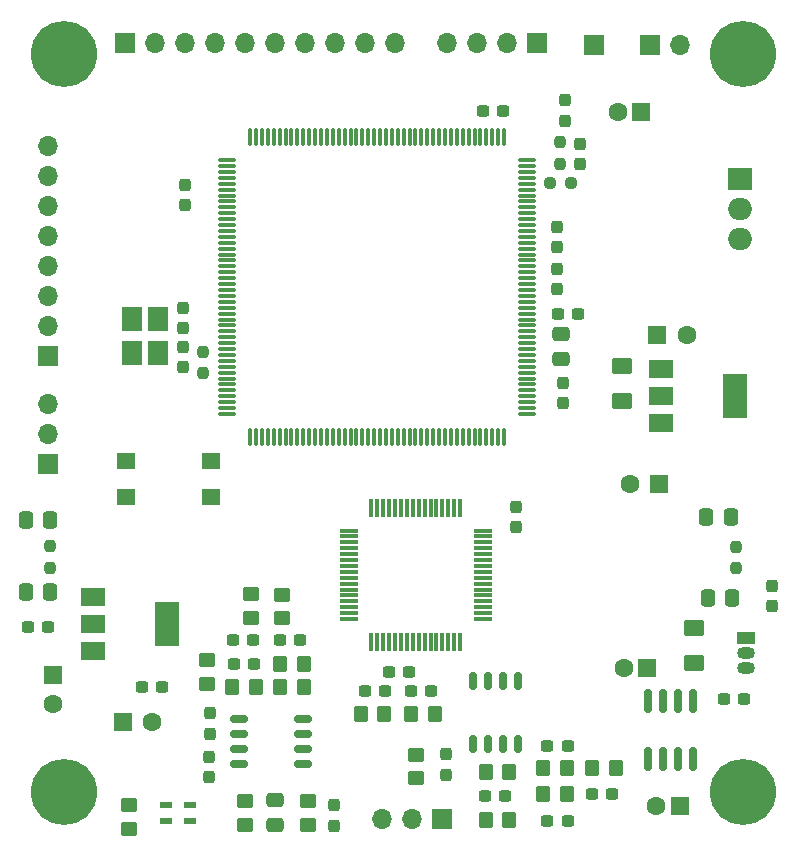
<source format=gts>
G04 #@! TF.GenerationSoftware,KiCad,Pcbnew,7.0.2*
G04 #@! TF.CreationDate,2023-11-03T22:13:06+01:00*
G04 #@! TF.ProjectId,stm_audio_board_V2,73746d5f-6175-4646-996f-5f626f617264,rev?*
G04 #@! TF.SameCoordinates,Original*
G04 #@! TF.FileFunction,Soldermask,Top*
G04 #@! TF.FilePolarity,Negative*
%FSLAX46Y46*%
G04 Gerber Fmt 4.6, Leading zero omitted, Abs format (unit mm)*
G04 Created by KiCad (PCBNEW 7.0.2) date 2023-11-03 22:13:06*
%MOMM*%
%LPD*%
G01*
G04 APERTURE LIST*
G04 Aperture macros list*
%AMRoundRect*
0 Rectangle with rounded corners*
0 $1 Rounding radius*
0 $2 $3 $4 $5 $6 $7 $8 $9 X,Y pos of 4 corners*
0 Add a 4 corners polygon primitive as box body*
4,1,4,$2,$3,$4,$5,$6,$7,$8,$9,$2,$3,0*
0 Add four circle primitives for the rounded corners*
1,1,$1+$1,$2,$3*
1,1,$1+$1,$4,$5*
1,1,$1+$1,$6,$7*
1,1,$1+$1,$8,$9*
0 Add four rect primitives between the rounded corners*
20,1,$1+$1,$2,$3,$4,$5,0*
20,1,$1+$1,$4,$5,$6,$7,0*
20,1,$1+$1,$6,$7,$8,$9,0*
20,1,$1+$1,$8,$9,$2,$3,0*%
G04 Aperture macros list end*
%ADD10RoundRect,0.237500X-0.237500X0.250000X-0.237500X-0.250000X0.237500X-0.250000X0.237500X0.250000X0*%
%ADD11RoundRect,0.237500X0.250000X0.237500X-0.250000X0.237500X-0.250000X-0.237500X0.250000X-0.237500X0*%
%ADD12RoundRect,0.237500X-0.237500X0.287500X-0.237500X-0.287500X0.237500X-0.287500X0.237500X0.287500X0*%
%ADD13R,1.725000X2.100000*%
%ADD14RoundRect,0.237500X0.300000X0.237500X-0.300000X0.237500X-0.300000X-0.237500X0.300000X-0.237500X0*%
%ADD15RoundRect,0.250000X-0.350000X-0.450000X0.350000X-0.450000X0.350000X0.450000X-0.350000X0.450000X0*%
%ADD16RoundRect,0.237500X0.237500X-0.300000X0.237500X0.300000X-0.237500X0.300000X-0.237500X-0.300000X0*%
%ADD17RoundRect,0.237500X-0.237500X0.300000X-0.237500X-0.300000X0.237500X-0.300000X0.237500X0.300000X0*%
%ADD18C,5.600000*%
%ADD19R,2.000000X1.905000*%
%ADD20O,2.000000X1.905000*%
%ADD21RoundRect,0.250000X0.337500X0.475000X-0.337500X0.475000X-0.337500X-0.475000X0.337500X-0.475000X0*%
%ADD22R,1.500000X1.050000*%
%ADD23O,1.500000X1.050000*%
%ADD24RoundRect,0.150000X0.625000X0.150000X-0.625000X0.150000X-0.625000X-0.150000X0.625000X-0.150000X0*%
%ADD25RoundRect,0.150000X-0.150000X0.625000X-0.150000X-0.625000X0.150000X-0.625000X0.150000X0.625000X0*%
%ADD26RoundRect,0.250001X-0.624999X0.462499X-0.624999X-0.462499X0.624999X-0.462499X0.624999X0.462499X0*%
%ADD27RoundRect,0.237500X-0.300000X-0.237500X0.300000X-0.237500X0.300000X0.237500X-0.300000X0.237500X0*%
%ADD28R,1.700000X1.700000*%
%ADD29RoundRect,0.075000X-0.675000X-0.075000X0.675000X-0.075000X0.675000X0.075000X-0.675000X0.075000X0*%
%ADD30RoundRect,0.075000X-0.075000X-0.675000X0.075000X-0.675000X0.075000X0.675000X-0.075000X0.675000X0*%
%ADD31O,1.700000X1.700000*%
%ADD32R,1.600000X1.400000*%
%ADD33RoundRect,0.250000X0.450000X-0.350000X0.450000X0.350000X-0.450000X0.350000X-0.450000X-0.350000X0*%
%ADD34RoundRect,0.250000X-0.450000X0.350000X-0.450000X-0.350000X0.450000X-0.350000X0.450000X0.350000X0*%
%ADD35RoundRect,0.250000X0.350000X0.450000X-0.350000X0.450000X-0.350000X-0.450000X0.350000X-0.450000X0*%
%ADD36R,1.000000X0.600000*%
%ADD37RoundRect,0.150000X-0.150000X0.825000X-0.150000X-0.825000X0.150000X-0.825000X0.150000X0.825000X0*%
%ADD38RoundRect,0.075000X0.700000X0.075000X-0.700000X0.075000X-0.700000X-0.075000X0.700000X-0.075000X0*%
%ADD39RoundRect,0.075000X0.075000X0.700000X-0.075000X0.700000X-0.075000X-0.700000X0.075000X-0.700000X0*%
%ADD40RoundRect,0.250000X0.475000X-0.337500X0.475000X0.337500X-0.475000X0.337500X-0.475000X-0.337500X0*%
%ADD41R,2.000000X1.500000*%
%ADD42R,2.000000X3.800000*%
%ADD43RoundRect,0.250000X-0.475000X0.337500X-0.475000X-0.337500X0.475000X-0.337500X0.475000X0.337500X0*%
%ADD44R,1.600000X1.600000*%
%ADD45C,1.600000*%
G04 APERTURE END LIST*
D10*
X229635000Y-57352500D03*
X229635000Y-59177500D03*
D11*
X230547500Y-60745000D03*
X228722500Y-60745000D03*
D12*
X230015000Y-53745000D03*
X230015000Y-55495000D03*
X231305000Y-57445000D03*
X231305000Y-59195000D03*
D10*
X199345000Y-76887500D03*
X199345000Y-75062500D03*
D13*
X193405000Y-72284000D03*
X193405000Y-75184000D03*
X195580000Y-75184000D03*
X195580000Y-72284000D03*
D14*
X203714346Y-101487000D03*
X201989346Y-101487000D03*
X224819500Y-54687000D03*
X223094500Y-54687000D03*
D15*
X205931000Y-103457000D03*
X207931000Y-103457000D03*
D16*
X219953000Y-110885500D03*
X219953000Y-109160500D03*
D17*
X199959568Y-105676500D03*
X199959568Y-107401500D03*
D18*
X245099000Y-112333000D03*
D16*
X197859000Y-62687500D03*
X197859000Y-60962500D03*
D17*
X210495000Y-113462500D03*
X210495000Y-115187500D03*
D19*
X244877000Y-60471000D03*
D20*
X244877000Y-63011000D03*
X244877000Y-65551000D03*
D14*
X230247500Y-108421000D03*
X228522500Y-108421000D03*
D21*
X244058500Y-89057000D03*
X241983500Y-89057000D03*
D14*
X207593500Y-99455000D03*
X205868500Y-99455000D03*
D15*
X232353000Y-110313000D03*
X234353000Y-110313000D03*
D22*
X245325000Y-99275000D03*
D23*
X245325000Y-100545000D03*
X245325000Y-101815000D03*
D16*
X225843000Y-89913500D03*
X225843000Y-88188500D03*
D24*
X207822000Y-109986000D03*
X207822000Y-108716000D03*
X207822000Y-107446000D03*
X207822000Y-106176000D03*
X202472000Y-106176000D03*
X202472000Y-107446000D03*
X202472000Y-108716000D03*
X202472000Y-109986000D03*
D17*
X229355000Y-68074500D03*
X229355000Y-69799500D03*
D25*
X226018000Y-102934000D03*
X224748000Y-102934000D03*
X223478000Y-102934000D03*
X222208000Y-102934000D03*
X222208000Y-108284000D03*
X223478000Y-108284000D03*
X224748000Y-108284000D03*
X226018000Y-108284000D03*
D26*
X234875000Y-76256500D03*
X234875000Y-79231500D03*
D14*
X186259500Y-98365000D03*
X184534500Y-98365000D03*
D27*
X194186500Y-103475000D03*
X195911500Y-103475000D03*
D14*
X203648654Y-99455000D03*
X201923654Y-99455000D03*
D28*
X232457000Y-49069000D03*
D16*
X247555000Y-96629976D03*
X247555000Y-94904976D03*
D29*
X201447000Y-58846000D03*
X201447000Y-59346000D03*
X201447000Y-59846000D03*
X201447000Y-60346000D03*
X201447000Y-60846000D03*
X201447000Y-61346000D03*
X201447000Y-61846000D03*
X201447000Y-62346000D03*
X201447000Y-62846000D03*
X201447000Y-63346000D03*
X201447000Y-63846000D03*
X201447000Y-64346000D03*
X201447000Y-64846000D03*
X201447000Y-65346000D03*
X201447000Y-65846000D03*
X201447000Y-66346000D03*
X201447000Y-66846000D03*
X201447000Y-67346000D03*
X201447000Y-67846000D03*
X201447000Y-68346000D03*
X201447000Y-68846000D03*
X201447000Y-69346000D03*
X201447000Y-69846000D03*
X201447000Y-70346000D03*
X201447000Y-70846000D03*
X201447000Y-71346000D03*
X201447000Y-71846000D03*
X201447000Y-72346000D03*
X201447000Y-72846000D03*
X201447000Y-73346000D03*
X201447000Y-73846000D03*
X201447000Y-74346000D03*
X201447000Y-74846000D03*
X201447000Y-75346000D03*
X201447000Y-75846000D03*
X201447000Y-76346000D03*
X201447000Y-76846000D03*
X201447000Y-77346000D03*
X201447000Y-77846000D03*
X201447000Y-78346000D03*
X201447000Y-78846000D03*
X201447000Y-79346000D03*
X201447000Y-79846000D03*
X201447000Y-80346000D03*
D30*
X203372000Y-82271000D03*
X203872000Y-82271000D03*
X204372000Y-82271000D03*
X204872000Y-82271000D03*
X205372000Y-82271000D03*
X205872000Y-82271000D03*
X206372000Y-82271000D03*
X206872000Y-82271000D03*
X207372000Y-82271000D03*
X207872000Y-82271000D03*
X208372000Y-82271000D03*
X208872000Y-82271000D03*
X209372000Y-82271000D03*
X209872000Y-82271000D03*
X210372000Y-82271000D03*
X210872000Y-82271000D03*
X211372000Y-82271000D03*
X211872000Y-82271000D03*
X212372000Y-82271000D03*
X212872000Y-82271000D03*
X213372000Y-82271000D03*
X213872000Y-82271000D03*
X214372000Y-82271000D03*
X214872000Y-82271000D03*
X215372000Y-82271000D03*
X215872000Y-82271000D03*
X216372000Y-82271000D03*
X216872000Y-82271000D03*
X217372000Y-82271000D03*
X217872000Y-82271000D03*
X218372000Y-82271000D03*
X218872000Y-82271000D03*
X219372000Y-82271000D03*
X219872000Y-82271000D03*
X220372000Y-82271000D03*
X220872000Y-82271000D03*
X221372000Y-82271000D03*
X221872000Y-82271000D03*
X222372000Y-82271000D03*
X222872000Y-82271000D03*
X223372000Y-82271000D03*
X223872000Y-82271000D03*
X224372000Y-82271000D03*
X224872000Y-82271000D03*
D29*
X226797000Y-80346000D03*
X226797000Y-79846000D03*
X226797000Y-79346000D03*
X226797000Y-78846000D03*
X226797000Y-78346000D03*
X226797000Y-77846000D03*
X226797000Y-77346000D03*
X226797000Y-76846000D03*
X226797000Y-76346000D03*
X226797000Y-75846000D03*
X226797000Y-75346000D03*
X226797000Y-74846000D03*
X226797000Y-74346000D03*
X226797000Y-73846000D03*
X226797000Y-73346000D03*
X226797000Y-72846000D03*
X226797000Y-72346000D03*
X226797000Y-71846000D03*
X226797000Y-71346000D03*
X226797000Y-70846000D03*
X226797000Y-70346000D03*
X226797000Y-69846000D03*
X226797000Y-69346000D03*
X226797000Y-68846000D03*
X226797000Y-68346000D03*
X226797000Y-67846000D03*
X226797000Y-67346000D03*
X226797000Y-66846000D03*
X226797000Y-66346000D03*
X226797000Y-65846000D03*
X226797000Y-65346000D03*
X226797000Y-64846000D03*
X226797000Y-64346000D03*
X226797000Y-63846000D03*
X226797000Y-63346000D03*
X226797000Y-62846000D03*
X226797000Y-62346000D03*
X226797000Y-61846000D03*
X226797000Y-61346000D03*
X226797000Y-60846000D03*
X226797000Y-60346000D03*
X226797000Y-59846000D03*
X226797000Y-59346000D03*
X226797000Y-58846000D03*
D30*
X224872000Y-56921000D03*
X224372000Y-56921000D03*
X223872000Y-56921000D03*
X223372000Y-56921000D03*
X222872000Y-56921000D03*
X222372000Y-56921000D03*
X221872000Y-56921000D03*
X221372000Y-56921000D03*
X220872000Y-56921000D03*
X220372000Y-56921000D03*
X219872000Y-56921000D03*
X219372000Y-56921000D03*
X218872000Y-56921000D03*
X218372000Y-56921000D03*
X217872000Y-56921000D03*
X217372000Y-56921000D03*
X216872000Y-56921000D03*
X216372000Y-56921000D03*
X215872000Y-56921000D03*
X215372000Y-56921000D03*
X214872000Y-56921000D03*
X214372000Y-56921000D03*
X213872000Y-56921000D03*
X213372000Y-56921000D03*
X212872000Y-56921000D03*
X212372000Y-56921000D03*
X211872000Y-56921000D03*
X211372000Y-56921000D03*
X210872000Y-56921000D03*
X210372000Y-56921000D03*
X209872000Y-56921000D03*
X209372000Y-56921000D03*
X208872000Y-56921000D03*
X208372000Y-56921000D03*
X207872000Y-56921000D03*
X207372000Y-56921000D03*
X206872000Y-56921000D03*
X206372000Y-56921000D03*
X205872000Y-56921000D03*
X205372000Y-56921000D03*
X204872000Y-56921000D03*
X204372000Y-56921000D03*
X203872000Y-56921000D03*
X203372000Y-56921000D03*
D28*
X192739000Y-48975000D03*
D31*
X195279000Y-48975000D03*
X197819000Y-48975000D03*
X200359000Y-48975000D03*
X202899000Y-48975000D03*
X205439000Y-48975000D03*
X207979000Y-48975000D03*
X210519000Y-48975000D03*
X213059000Y-48975000D03*
X215599000Y-48975000D03*
D16*
X197677000Y-73093500D03*
X197677000Y-71368500D03*
D26*
X240937000Y-98493500D03*
X240937000Y-101468500D03*
D17*
X197677000Y-74677834D03*
X197677000Y-76402834D03*
D32*
X192845000Y-84337000D03*
X200045000Y-84337000D03*
X192845000Y-87337000D03*
X200045000Y-87337000D03*
D16*
X229863000Y-79451500D03*
X229863000Y-77726500D03*
X199913000Y-111091500D03*
X199913000Y-109366500D03*
D33*
X202911284Y-115125000D03*
X202911284Y-113125000D03*
D18*
X187599000Y-49887000D03*
D15*
X217007000Y-105741000D03*
X219007000Y-105741000D03*
D34*
X206031000Y-95641580D03*
X206031000Y-97641580D03*
D15*
X205931000Y-101521000D03*
X207931000Y-101521000D03*
X228185000Y-110351000D03*
X230185000Y-110351000D03*
D27*
X229412500Y-71845000D03*
X231137500Y-71845000D03*
D33*
X208254142Y-115125000D03*
X208254142Y-113125000D03*
D14*
X230247500Y-114819000D03*
X228522500Y-114819000D03*
D10*
X186442000Y-91550500D03*
X186442000Y-93375500D03*
D14*
X234015500Y-112533000D03*
X232290500Y-112533000D03*
D18*
X245099000Y-49833000D03*
D35*
X225315000Y-110663000D03*
X223315000Y-110663000D03*
D36*
X196258000Y-113487000D03*
X196258000Y-114787000D03*
X198258000Y-114787000D03*
X198258000Y-113487000D03*
D33*
X199739568Y-103213846D03*
X199739568Y-101213846D03*
D14*
X218697500Y-103759000D03*
X216972500Y-103759000D03*
D34*
X217391000Y-109175000D03*
X217391000Y-111175000D03*
D17*
X229355000Y-64518500D03*
X229355000Y-66243500D03*
D27*
X223252500Y-112709000D03*
X224977500Y-112709000D03*
D18*
X187599000Y-112333000D03*
D21*
X186463500Y-89325000D03*
X184388500Y-89325000D03*
D28*
X186229000Y-84563000D03*
D31*
X186229000Y-82023000D03*
X186229000Y-79483000D03*
D37*
X240834000Y-104616000D03*
X239564000Y-104616000D03*
X238294000Y-104616000D03*
X237024000Y-104616000D03*
X237024000Y-109566000D03*
X238294000Y-109566000D03*
X239564000Y-109566000D03*
X240834000Y-109566000D03*
D28*
X186229000Y-75455000D03*
D31*
X186229000Y-72915000D03*
X186229000Y-70375000D03*
X186229000Y-67835000D03*
X186229000Y-65295000D03*
X186229000Y-62755000D03*
X186229000Y-60215000D03*
X186229000Y-57675000D03*
D38*
X223073000Y-97710000D03*
X223073000Y-97210000D03*
X223073000Y-96710000D03*
X223073000Y-96210000D03*
X223073000Y-95710000D03*
X223073000Y-95210000D03*
X223073000Y-94710000D03*
X223073000Y-94210000D03*
X223073000Y-93710000D03*
X223073000Y-93210000D03*
X223073000Y-92710000D03*
X223073000Y-92210000D03*
X223073000Y-91710000D03*
X223073000Y-91210000D03*
X223073000Y-90710000D03*
X223073000Y-90210000D03*
D39*
X221148000Y-88285000D03*
X220648000Y-88285000D03*
X220148000Y-88285000D03*
X219648000Y-88285000D03*
X219148000Y-88285000D03*
X218648000Y-88285000D03*
X218148000Y-88285000D03*
X217648000Y-88285000D03*
X217148000Y-88285000D03*
X216648000Y-88285000D03*
X216148000Y-88285000D03*
X215648000Y-88285000D03*
X215148000Y-88285000D03*
X214648000Y-88285000D03*
X214148000Y-88285000D03*
X213648000Y-88285000D03*
D38*
X211723000Y-90210000D03*
X211723000Y-90710000D03*
X211723000Y-91210000D03*
X211723000Y-91710000D03*
X211723000Y-92210000D03*
X211723000Y-92710000D03*
X211723000Y-93210000D03*
X211723000Y-93710000D03*
X211723000Y-94210000D03*
X211723000Y-94710000D03*
X211723000Y-95210000D03*
X211723000Y-95710000D03*
X211723000Y-96210000D03*
X211723000Y-96710000D03*
X211723000Y-97210000D03*
X211723000Y-97710000D03*
D39*
X213648000Y-99635000D03*
X214148000Y-99635000D03*
X214648000Y-99635000D03*
X215148000Y-99635000D03*
X215648000Y-99635000D03*
X216148000Y-99635000D03*
X216648000Y-99635000D03*
X217148000Y-99635000D03*
X217648000Y-99635000D03*
X218148000Y-99635000D03*
X218648000Y-99635000D03*
X219148000Y-99635000D03*
X219648000Y-99635000D03*
X220148000Y-99635000D03*
X220648000Y-99635000D03*
X221148000Y-99635000D03*
D34*
X193109000Y-113441000D03*
X193109000Y-115441000D03*
D40*
X205472426Y-115132500D03*
X205472426Y-113057500D03*
D34*
X203486154Y-95599000D03*
X203486154Y-97599000D03*
D21*
X186463500Y-95451000D03*
X184388500Y-95451000D03*
D27*
X216817500Y-102151000D03*
X215092500Y-102151000D03*
D35*
X214723000Y-105741000D03*
X212723000Y-105741000D03*
D14*
X214785500Y-103759000D03*
X213060500Y-103759000D03*
X245207500Y-104463000D03*
X243482500Y-104463000D03*
D21*
X244172500Y-95885000D03*
X242097500Y-95885000D03*
D35*
X230185000Y-112539000D03*
X228185000Y-112539000D03*
D10*
X244545000Y-91580500D03*
X244545000Y-93405500D03*
D41*
X238144000Y-76546000D03*
X238144000Y-78846000D03*
D42*
X244444000Y-78846000D03*
D41*
X238144000Y-81146000D03*
X190075000Y-95813000D03*
X190075000Y-98113000D03*
D42*
X196375000Y-98113000D03*
D41*
X190075000Y-100413000D03*
D35*
X203842136Y-103457000D03*
X201842136Y-103457000D03*
D28*
X237187000Y-49127000D03*
D31*
X239727000Y-49127000D03*
D43*
X229684000Y-73592500D03*
X229684000Y-75667500D03*
D28*
X227633000Y-48975000D03*
D31*
X225093000Y-48975000D03*
X222553000Y-48975000D03*
X220013000Y-48975000D03*
D28*
X219613000Y-114601000D03*
D31*
X217073000Y-114601000D03*
X214533000Y-114601000D03*
D15*
X223315000Y-114713000D03*
X225315000Y-114713000D03*
D44*
X236498241Y-54733000D03*
D45*
X234498241Y-54733000D03*
D44*
X192583000Y-106401759D03*
D45*
X195083000Y-106401759D03*
D44*
X186714241Y-102437000D03*
D45*
X186714241Y-104937000D03*
D44*
X237843000Y-73635759D03*
D45*
X240343000Y-73635759D03*
D44*
X237006241Y-101881000D03*
D45*
X235006241Y-101881000D03*
D44*
X239773000Y-113562241D03*
D45*
X237773000Y-113562241D03*
D44*
X238022241Y-86229000D03*
D45*
X235522241Y-86229000D03*
M02*

</source>
